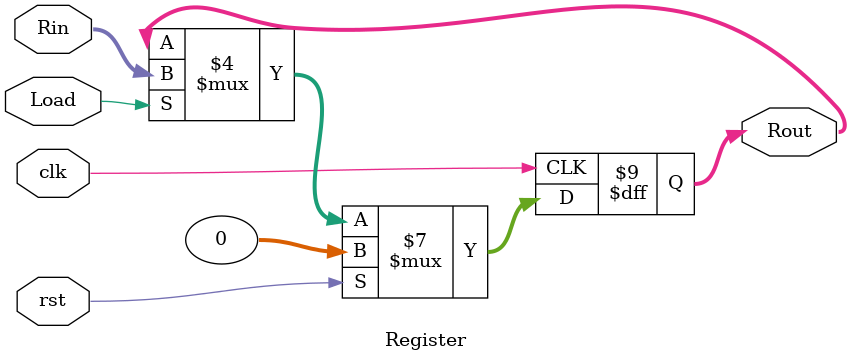
<source format=v>
`timescale 1ns / 1ps

module Register(
    input clk,
    input rst,
    input[31:0] Rin,
    input Load,
    output reg [31:0] Rout
    );  
    
    always @(negedge clk) 
    begin
    if (rst==1'b1)
        Rout <= 32'd0; 
    else if (Load == 1'b1)
       Rout <= Rin; 
    end 

endmodule 



</source>
